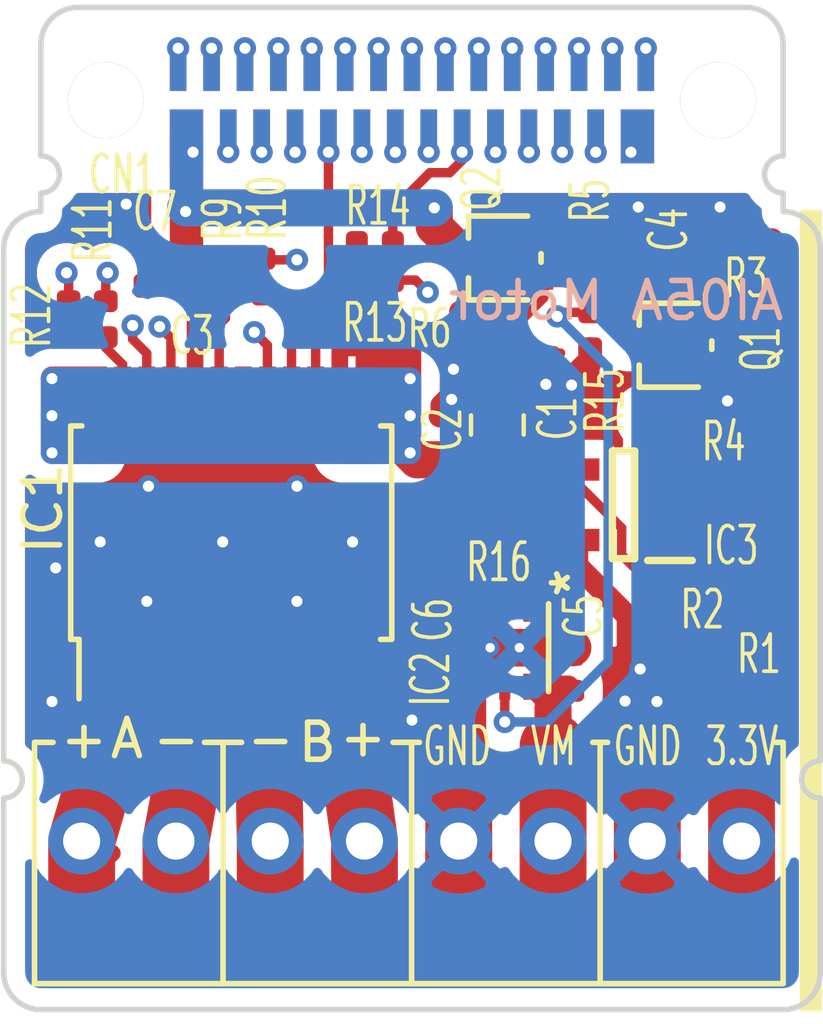
<source format=kicad_pcb>
(kicad_pcb (version 20171130) (host pcbnew "(5.1.5)-3")
  (layers (0 F.Cu signal) (1 In1.Cu signal hide) (2 In2.Cu signal hide) (31 B.Cu signal hide) (34 B.Paste user hide) (35 F.Paste user hide) (36 B.SilkS user hide) (37 F.SilkS user) (38 B.Mask user hide) (39 F.Mask user hide) (44 Edge.Cuts user))
  (net 0 "")
  (net 1 /SWDIO)
  (net 2 /VBUS)
  (net 3 /AREF)
  (net 4 /A0)
  (net 5 /A1)
  (net 6 /A2)
  (net 7 /A3)
  (net 8 /A4)
  (net 9 /A5)
  (net 10 /D0)
  (net 11 /D1)
  (net 12 /D2)
  (net 13 /D3)
  (net 14 /D5)
  (net 15 /RESET)
  (net 16 /D6)
  (net 17 /D8)
  (net 18 /D9)
  (net 19 /D10)
  (net 20 /D11)
  (net 21 /SDA)
  (net 22 /SWCLK)
  (net 23 GND)
  (net 24 +3V3)
  (net 25 /SCL)
  (net 26 +VM)
  (net 27 "Net-(C6-Pad1)")
  (net 28 /AO1)
  (net 29 /AO2)
  (net 30 /BO2)
  (net 31 /BO1)
  (net 32 /VMIN)
  (net 33 /PWMA)
  (net 34 /PWMB)
  (net 35 /STBY)
  (net 36 "Net-(IC2-Pad2)")
  (net 37 "Net-(C4-Pad2)")
  (net 38 /3.3VIN)
  (net 39 /D4)
  (net 40 /D7)
  (net 41 /D12)
  (net 42 /D13)
  (net 43 "Net-(IC3-Pad4)")
  (net 44 "Net-(IC3-Pad3)")
  (net 45 "Net-(Q1-Pad1)")
  (module footprints:SSM3J132TU_LF (layer F.Cu) (at 42.1 34.1 90)
    (fp_text reference Q1 (at -0.1 2.3 90) (layer F.SilkS) (effects (font (size 1 0.6) (thickness 0.1))))
    (fp_text value SSM3J132TU_LF hide)
    (pad 3 smd rect (at 0 -1.0525 90) (size 0.4064 0.5048) (layers F.Cu F.Paste F.Mask) (net 37 "Net-(C4-Pad2)"))
    (pad 2 smd rect (at 0.649999 1.0525 90) (size 0.4064 0.5048) (layers F.Cu F.Paste F.Mask) (net 38 /3.3VIN))
    (pad 1 smd rect (at -0.649999 1.0525 90) (size 0.4064 0.5048) (layers F.Cu F.Paste F.Mask) (net 45 "Net-(Q1-Pad1)"))
  )
  (module footprints:SSM3J132TU_LF (layer F.Cu) (at 37.5 31.75 90)
    (fp_text reference Q2 (at 1.875 -0.625 90) (layer F.SilkS) (effects (font (size 1 0.6) (thickness 0.1))))
    (fp_text value SSM3J132TU_LF hide)
    (pad 3 smd rect (at 0 -1.0525 90) (size 0.4064 0.5048) (layers F.Cu F.Paste F.Mask) (net 24 +3V3))
    (pad 2 smd rect (at 0.649999 1.0525 90) (size 0.4064 0.5048) (layers F.Cu F.Paste F.Mask) (net 38 /3.3VIN))
    (pad 1 smd rect (at -0.649999 1.0525 90) (size 0.4064 0.5048) (layers F.Cu F.Paste F.Mask) (net 37 "Net-(C4-Pad2)"))
  )
  (module footprints:TPS22810DRVT (layer F.Cu) (at 37.5 42.25 270)
    (fp_text reference IC2 (at 0.85 2 90) (layer F.SilkS) (effects (font (size 1 0.6) (thickness 0.1))))
    (fp_text value TPS22810DRVT hide)
    (fp_text user * (at -1.75 -1.8 90) (layer F.SilkS))
    (pad 7 thru_hole circle (at 0 -0.3937 270) (size 0.508 0.508) (drill 0.254) (layers *.Cu) (net 23 GND))
    (pad 7 thru_hole circle (at 0 0.3937 270) (size 0.508 0.508) (drill 0.254) (layers *.Cu) (net 23 GND))
    (pad 7 smd rect (at 0 0 270) (size 1.016 1.6002) (layers F.Cu F.Paste F.Mask) (net 23 GND))
    (pad 6 smd rect (at 1.05 -0.649999 270) (size 0.7 0.3) (layers F.Cu F.Paste F.Mask) (net 32 /VMIN))
    (pad 5 smd rect (at 1.05 0 270) (size 0.7 0.3) (layers F.Cu F.Paste F.Mask) (net 13 /D3))
    (pad 4 smd rect (at 1.05 0.649999 270) (size 0.7 0.3) (layers F.Cu F.Paste F.Mask) (net 23 GND))
    (pad 3 smd rect (at -1.05 0.649999 270) (size 0.7 0.3) (layers F.Cu F.Paste F.Mask) (net 27 "Net-(C6-Pad1)"))
    (pad 2 smd rect (at -1.05 0 270) (size 0.7 0.3) (layers F.Cu F.Paste F.Mask) (net 36 "Net-(IC2-Pad2)"))
    (pad 1 smd rect (at -1.05 -0.649999 270) (size 0.7 0.3) (layers F.Cu F.Paste F.Mask) (net 26 +VM))
  )
  (module Leafony:TEST-POINT-CRCLE (layer F.Cu) (at 43.88 47.46)
    (fp_text reference TP8 hide)
    (fp_text value TestPoint)
    (pad 1 connect rect (at 0 1.77) (size 1.8 3.54) (layers F.Cu F.Mask) (net 38 /3.3VIN))
    (pad 1 thru_hole circle (at 0 0) (size 1.8 1.8) (drill 1) (layers *.Cu *.Mask) (net 38 /3.3VIN))
  )
  (module Leafony:TEST-POINT-CRCLE (layer F.Cu) (at 41.34 47.46)
    (fp_text reference TP7 hide)
    (fp_text value TestPoint)
    (pad 1 connect rect (at 0 1.77) (size 1.8 3.54) (layers F.Cu F.Mask) (net 23 GND))
    (pad 1 thru_hole circle (at 0 0) (size 1.8 1.8) (drill 1) (layers *.Cu *.Mask) (net 23 GND))
  )
  (module Resistor_SMD:R_0402_1005Metric (layer F.Cu) (at 37.4 33.9 180)
    (fp_text reference R6 (at 1.925 0.25) (layer F.SilkS) (effects (font (size 1 0.6) (thickness 0.1))))
    (fp_text value "1M (F)")
    (pad 2 smd roundrect (at 0.485 0 180) (size 0.59 0.64) (layers F.Cu F.Paste F.Mask) (net 23 GND))
    (pad 1 smd roundrect (at -0.485 0 180) (size 0.59 0.64) (layers F.Cu F.Paste F.Mask) (net 37 "Net-(C4-Pad2)"))
  )
  (module Resistor_SMD:R_0402_1005Metric (layer F.Cu) (at 39.75 31.75 270)
    (fp_text reference R5 (at -1.55 -0.05 90) (layer F.SilkS) (effects (font (size 1 0.6) (thickness 0.1))))
    (fp_text value "1M (F)")
    (pad 2 smd roundrect (at 0.485 0 270) (size 0.59 0.64) (layers F.Cu F.Paste F.Mask) (net 37 "Net-(C4-Pad2)"))
    (pad 1 smd roundrect (at -0.485 0 270) (size 0.59 0.64) (layers F.Cu F.Paste F.Mask) (net 38 /3.3VIN))
  )
  (module Resistor_SMD:R_0402_1005Metric (layer F.Cu) (at 41.8 36 180)
    (fp_text reference R4 (at -1.6 -0.7) (layer F.SilkS) (effects (font (size 1 0.6) (thickness 0.1))))
    (fp_text value "22k(F)")
    (pad 2 smd roundrect (at 0.485 0 180) (size 0.59 0.64) (layers F.Cu F.Paste F.Mask) (net 44 "Net-(IC3-Pad3)"))
    (pad 1 smd roundrect (at -0.485 0 180) (size 0.59 0.64) (layers F.Cu F.Paste F.Mask) (net 45 "Net-(Q1-Pad1)"))
  )
  (module Resistor_SMD:R_0402_1005Metric (layer F.Cu) (at 42.4 32.2 180)
    (fp_text reference R3 (at -1.6 -0.1) (layer F.SilkS) (effects (font (size 1 0.6) (thickness 0.1))))
    (fp_text value "4.7k(F)")
    (pad 2 smd roundrect (at 0.485 0 180) (size 0.59 0.64) (layers F.Cu F.Paste F.Mask) (net 45 "Net-(Q1-Pad1)"))
    (pad 1 smd roundrect (at -0.485 0 180) (size 0.59 0.64) (layers F.Cu F.Paste F.Mask) (net 38 /3.3VIN))
  )
  (module Resistor_SMD:R_0402_1005Metric (layer F.Cu) (at 41.3 41.4 180)
    (fp_text reference R2 (at -1.525 0.175) (layer F.SilkS) (effects (font (size 1 0.6) (thickness 0.1))))
    (fp_text value "82k(F)")
    (pad 2 smd roundrect (at 0.485 0 180) (size 0.59 0.64) (layers F.Cu F.Paste F.Mask) (net 23 GND))
    (pad 1 smd roundrect (at -0.485 0 180) (size 0.59 0.64) (layers F.Cu F.Paste F.Mask) (net 43 "Net-(IC3-Pad4)"))
  )
  (module Resistor_SMD:R_0402_1005Metric (layer F.Cu) (at 42.8 42.4 180)
    (fp_text reference R1 (at -1.55 -0.025) (layer F.SilkS) (effects (font (size 1 0.6) (thickness 0.1))))
    (fp_text value "300k(F)")
    (pad 2 smd roundrect (at 0.485 0 180) (size 0.59 0.64) (layers F.Cu F.Paste F.Mask) (net 43 "Net-(IC3-Pad4)"))
    (pad 1 smd roundrect (at -0.485 0 180) (size 0.59 0.64) (layers F.Cu F.Paste F.Mask) (net 38 /3.3VIN))
  )
  (module footprints:SOT95P280X145-5N (layer F.Cu) (at 40.7 38.4 180)
    (fp_text reference IC3 (at -2.9 -1.1) (layer F.SilkS) (effects (font (size 1 0.6) (thickness 0.1))))
    (fp_text value LMV431ACM5_NOPB hide)
    (pad 5 smd rect (at 1.25 -0.95 270) (size 0.6 1.2) (layers F.Cu F.Paste F.Mask) (net 23 GND))
    (pad 4 smd rect (at 1.25 0.95 270) (size 0.6 1.2) (layers F.Cu F.Paste F.Mask) (net 43 "Net-(IC3-Pad4)"))
    (pad 3 smd rect (at -1.25 0.95 270) (size 0.6 1.2) (layers F.Cu F.Paste F.Mask) (net 44 "Net-(IC3-Pad3)"))
    (pad 2 smd rect (at -1.25 0 270) (size 0.6 1.2) (layers F.Cu F.Paste F.Mask))
    (pad 1 smd rect (at -1.25 -0.95 270) (size 0.6 1.2) (layers F.Cu F.Paste F.Mask))
  )
  (module Capacitor_SMD:C_0402_1005Metric (layer F.Cu) (at 28.28 31.5 180)
    (fp_text reference C7 (at 0.205 1) (layer F.SilkS) (effects (font (size 1 0.6) (thickness 0.1))))
    (fp_text value "1uF 25V 1005")
    (pad 2 smd roundrect (at 0.485 0 180) (size 0.59 0.64) (layers F.Cu F.Paste F.Mask) (net 23 GND))
    (pad 1 smd roundrect (at -0.485 0 180) (size 0.59 0.64) (layers F.Cu F.Paste F.Mask) (net 24 +3V3))
  )
  (module Capacitor_SMD:C_0402_1005Metric (layer F.Cu) (at 40.75 31.75 270)
    (fp_text reference C4 (at -0.762 -1.16 90) (layer F.SilkS) (effects (font (size 1 0.6) (thickness 0.1))))
    (fp_text value "0.1uF 50V 1005")
    (pad 2 smd roundrect (at 0.485 0 270) (size 0.59 0.64) (layers F.Cu F.Paste F.Mask) (net 37 "Net-(C4-Pad2)"))
    (pad 1 smd roundrect (at -0.485 0 270) (size 0.59 0.64) (layers F.Cu F.Paste F.Mask) (net 38 /3.3VIN))
  )
  (module Package_SO:SSOP-24_5.3x8.2mm_P0.65mm (layer F.Cu) (at 30.13 39.15 90)
    (fp_text reference IC1 (at 0.65 -5.08 90) (layer F.SilkS))
    (fp_text value TB6612FNG)
    (pad 24 smd rect (at 3.6 -3.575 90) (size 1.75 0.45) (layers F.Cu F.Paste F.Mask) (net 26 +VM))
    (pad 23 smd rect (at 3.6 -2.925 90) (size 1.75 0.45) (layers F.Cu F.Paste F.Mask) (net 33 /PWMA))
    (pad 22 smd rect (at 3.6 -2.275 90) (size 1.75 0.45) (layers F.Cu F.Paste F.Mask) (net 39 /D4))
    (pad 21 smd rect (at 3.6 -1.625 90) (size 1.75 0.45) (layers F.Cu F.Paste F.Mask) (net 41 /D12))
    (pad 20 smd rect (at 3.6 -0.975 90) (size 1.75 0.45) (layers F.Cu F.Paste F.Mask) (net 24 +3V3))
    (pad 19 smd rect (at 3.6 -0.325 90) (size 1.75 0.45) (layers F.Cu F.Paste F.Mask) (net 35 /STBY))
    (pad 18 smd rect (at 3.6 0.325 90) (size 1.75 0.45) (layers F.Cu F.Paste F.Mask) (net 23 GND))
    (pad 17 smd rect (at 3.6 0.975 90) (size 1.75 0.45) (layers F.Cu F.Paste F.Mask) (net 42 /D13))
    (pad 16 smd rect (at 3.6 1.625 90) (size 1.75 0.45) (layers F.Cu F.Paste F.Mask) (net 40 /D7))
    (pad 15 smd rect (at 3.6 2.275 90) (size 1.75 0.45) (layers F.Cu F.Paste F.Mask) (net 34 /PWMB))
    (pad 14 smd rect (at 3.6 2.925 90) (size 1.75 0.45) (layers F.Cu F.Paste F.Mask) (net 26 +VM))
    (pad 13 smd rect (at 3.6 3.575 90) (size 1.75 0.45) (layers F.Cu F.Paste F.Mask) (net 26 +VM))
    (pad 12 smd rect (at -3.6 3.575 90) (size 1.75 0.45) (layers F.Cu F.Paste F.Mask) (net 31 /BO1))
    (pad 11 smd rect (at -3.6 2.925 90) (size 1.75 0.45) (layers F.Cu F.Paste F.Mask) (net 31 /BO1))
    (pad 10 smd rect (at -3.6 2.275 90) (size 1.75 0.45) (layers F.Cu F.Paste F.Mask) (net 23 GND))
    (pad 9 smd rect (at -3.6 1.625 90) (size 1.75 0.45) (layers F.Cu F.Paste F.Mask) (net 23 GND))
    (pad 8 smd rect (at -3.6 0.975 90) (size 1.75 0.45) (layers F.Cu F.Paste F.Mask) (net 30 /BO2))
    (pad 7 smd rect (at -3.6 0.325 90) (size 1.75 0.45) (layers F.Cu F.Paste F.Mask) (net 30 /BO2))
    (pad 6 smd rect (at -3.6 -0.325 90) (size 1.75 0.45) (layers F.Cu F.Paste F.Mask) (net 29 /AO2))
    (pad 5 smd rect (at -3.6 -0.975 90) (size 1.75 0.45) (layers F.Cu F.Paste F.Mask) (net 29 /AO2))
    (pad 4 smd rect (at -3.6 -1.625 90) (size 1.75 0.45) (layers F.Cu F.Paste F.Mask) (net 23 GND))
    (pad 3 smd rect (at -3.6 -2.275 90) (size 1.75 0.45) (layers F.Cu F.Paste F.Mask) (net 23 GND))
    (pad 2 smd rect (at -3.6 -2.925 90) (size 1.75 0.45) (layers F.Cu F.Paste F.Mask) (net 28 /AO1))
    (pad 1 smd rect (at -3.6 -3.575 90) (size 1.75 0.45) (layers F.Cu F.Paste F.Mask) (net 28 /AO1))
  )
  (module Resistor_SMD:R_0402_1005Metric (layer F.Cu) (at 39.8 33.7 270)
    (fp_text reference R15 (at 1.9 -0.4 90) (layer F.SilkS) (effects (font (size 1 0.6) (thickness 0.1))))
    (fp_text value "100k(J)")
    (pad 2 smd roundrect (at 0.485 0 270) (size 0.59 0.64) (layers F.Cu F.Paste F.Mask) (net 23 GND))
    (pad 1 smd roundrect (at -0.485 0 270) (size 0.59 0.64) (layers F.Cu F.Paste F.Mask) (net 13 /D3))
  )
  (module Resistor_SMD:R_0402_1005Metric (layer F.Cu) (at 37.4396 38.8 180)
    (fp_text reference R16 (at 0.1 -1.15) (layer F.SilkS) (effects (font (size 1 0.6) (thickness 0.1))))
    (fp_text value "3.3k(J)")
    (pad 2 smd roundrect (at 0.485 0 180) (size 0.59 0.64) (layers F.Cu F.Paste F.Mask) (net 36 "Net-(IC2-Pad2)"))
    (pad 1 smd roundrect (at -0.485 0 180) (size 0.59 0.64) (layers F.Cu F.Paste F.Mask) (net 26 +VM))
  )
  (module Capacitor_SMD:C_0402_1005Metric (layer F.Cu) (at 35.7632 37.8968 270)
    (fp_text reference C2 (at -1.5218 -0.0618 90) (layer F.SilkS) (effects (font (size 1 0.6) (thickness 0.1))))
    (fp_text value "0.1uF 50V 1005")
    (pad 2 smd roundrect (at 0.485 0 270) (size 0.59 0.64) (layers F.Cu F.Paste F.Mask) (net 23 GND))
    (pad 1 smd roundrect (at -0.485 0 270) (size 0.59 0.64) (layers F.Cu F.Paste F.Mask) (net 26 +VM))
  )
  (module Leafony:TEST-POINT-CRCLE (layer F.Cu) (at 38.8 47.46)
    (fp_text reference TP6 hide)
    (fp_text value TestPoint)
    (pad 1 connect rect (at 0 1.77) (size 1.8 3.54) (layers F.Cu F.Mask) (net 32 /VMIN))
    (pad 1 thru_hole circle (at 0 0) (size 1.8 1.8) (drill 1) (layers *.Cu *.Mask) (net 32 /VMIN))
  )
  (module Leafony:TEST-POINT-CRCLE (layer F.Cu) (at 36.26 47.46)
    (fp_text reference TP5 hide)
    (fp_text value TestPoint)
    (pad 1 connect rect (at 0 1.77) (size 1.8 3.54) (layers F.Cu F.Mask) (net 23 GND))
    (pad 1 thru_hole circle (at 0 0) (size 1.8 1.8) (drill 1) (layers *.Cu *.Mask) (net 23 GND))
  )
  (module Leafony:TEST-POINT-CRCLE (layer F.Cu) (at 33.72 47.46)
    (fp_text reference TP4 hide)
    (fp_text value TestPoint)
    (pad 1 connect rect (at 0 1.77) (size 1.8 3.54) (layers F.Cu F.Mask) (net 31 /BO1))
    (pad 1 thru_hole circle (at 0 0) (size 1.8 1.8) (drill 1) (layers *.Cu *.Mask) (net 31 /BO1))
  )
  (module Leafony:TEST-POINT-CRCLE (layer F.Cu) (at 31.18 47.46)
    (fp_text reference TP3 hide)
    (fp_text value TestPoint)
    (pad 1 connect rect (at 0 1.77) (size 1.8 3.54) (layers F.Cu F.Mask) (net 30 /BO2))
    (pad 1 thru_hole circle (at 0 0) (size 1.8 1.8) (drill 1) (layers *.Cu *.Mask) (net 30 /BO2))
  )
  (module Leafony:TEST-POINT-CRCLE (layer F.Cu) (at 28.64 47.46)
    (fp_text reference TP2 hide)
    (fp_text value TestPoint)
    (pad 1 connect rect (at 0 1.77) (size 1.8 3.54) (layers F.Cu F.Mask) (net 29 /AO2))
    (pad 1 thru_hole circle (at 0 0) (size 1.8 1.8) (drill 1) (layers *.Cu *.Mask) (net 29 /AO2))
  )
  (module Leafony:TEST-POINT-CRCLE (layer F.Cu) (at 26.1 47.46)
    (fp_text reference TP1 hide)
    (fp_text value TestPoint)
    (pad 1 connect rect (at 0 1.77) (size 1.8 3.54) (layers F.Cu F.Mask) (net 28 /AO1))
    (pad 1 thru_hole circle (at 0 0) (size 1.8 1.8) (drill 1) (layers *.Cu *.Mask) (net 28 /AO1))
  )
  (module Resistor_SMD:R_0402_1005Metric (layer F.Cu) (at 26.75 33.4 270)
    (fp_text reference R11 (at -2.4 0.35 270) (layer F.SilkS) (effects (font (size 1 0.6) (thickness 0.1))))
    (fp_text value 0)
    (pad 2 smd roundrect (at 0.485 0 270) (size 0.59 0.64) (layers F.Cu F.Paste F.Mask) (net 33 /PWMA))
    (pad 1 smd roundrect (at -0.485 0 270) (size 0.59 0.64) (layers F.Cu F.Paste F.Mask) (net 14 /D5))
  )
  (module Resistor_SMD:R_0402_1005Metric (layer F.Cu) (at 34 31.346 180)
    (fp_text reference R14 (at -0.085 1) (layer F.SilkS) (effects (font (size 1 0.6) (thickness 0.1))))
    (fp_text value NM)
    (pad 2 smd roundrect (at 0.485 0 180) (size 0.59 0.64) (layers F.Cu F.Paste F.Mask) (net 34 /PWMB))
    (pad 1 smd roundrect (at -0.485 0 180) (size 0.59 0.64) (layers F.Cu F.Paste F.Mask) (net 20 /D11))
  )
  (module Resistor_SMD:R_0402_1005Metric (layer F.Cu) (at 34 32.346 180)
    (fp_text reference R13 (at 0 -1.154) (layer F.SilkS) (effects (font (size 1 0.6) (thickness 0.1))))
    (fp_text value 0)
    (pad 2 smd roundrect (at 0.485 0 180) (size 0.59 0.64) (layers F.Cu F.Paste F.Mask) (net 34 /PWMB))
    (pad 1 smd roundrect (at -0.485 0 180) (size 0.59 0.64) (layers F.Cu F.Paste F.Mask) (net 16 /D6))
  )
  (module Resistor_SMD:R_0402_1005Metric (layer F.Cu) (at 25.75 33.4 270)
    (fp_text reference R12 (at -0.1 1 90) (layer F.SilkS) (effects (font (size 1 0.6) (thickness 0.1))))
    (fp_text value NM)
    (pad 2 smd roundrect (at 0.485 0 270) (size 0.59 0.64) (layers F.Cu F.Paste F.Mask) (net 33 /PWMA))
    (pad 1 smd roundrect (at -0.485 0 270) (size 0.59 0.64) (layers F.Cu F.Paste F.Mask) (net 19 /D10))
  )
  (module Resistor_SMD:R_0402_1005Metric (layer F.Cu) (at 31 32.25 270)
    (fp_text reference R10 (at -1.85 -0.1 90) (layer F.SilkS) (effects (font (size 1 0.6) (thickness 0.1))))
    (fp_text value 0)
    (pad 2 smd roundrect (at 0.485 0 270) (size 0.59 0.64) (layers F.Cu F.Paste F.Mask) (net 35 /STBY))
    (pad 1 smd roundrect (at -0.485 0 270) (size 0.59 0.64) (layers F.Cu F.Paste F.Mask) (net 13 /D3))
  )
  (module Resistor_SMD:R_0402_1005Metric (layer F.Cu) (at 30 32.25 270)
    (fp_text reference R9 (at -1.55 0.1 90) (layer F.SilkS) (effects (font (size 1 0.6) (thickness 0.1))))
    (fp_text value NM)
    (pad 2 smd roundrect (at 0.485 0 270) (size 0.59 0.64) (layers F.Cu F.Paste F.Mask) (net 35 /STBY))
    (pad 1 smd roundrect (at -0.485 0 270) (size 0.59 0.64) (layers F.Cu F.Paste F.Mask) (net 24 +3V3))
  )
  (module Capacitor_SMD:C_0402_1005Metric (layer F.Cu) (at 35.7632 39.9 90)
    (fp_text reference C6 (at -1.6 -0.2 90) (layer F.SilkS) (effects (font (size 1 0.6) (thickness 0.1))))
    (fp_text value "10nF 50V 1005")
    (pad 2 smd roundrect (at 0.485 0 90) (size 0.59 0.64) (layers F.Cu F.Paste F.Mask) (net 23 GND))
    (pad 1 smd roundrect (at -0.485 0 90) (size 0.59 0.64) (layers F.Cu F.Paste F.Mask) (net 27 "Net-(C6-Pad1)"))
  )
  (module Capacitor_SMD:C_0402_1005Metric (layer F.Cu) (at 39.3192 42.926 90)
    (fp_text reference C5 (at 1.526 0.3058 90) (layer F.SilkS) (effects (font (size 1 0.6) (thickness 0.1))))
    (fp_text value "1uF 25V 1005")
    (pad 2 smd roundrect (at 0.485 0 90) (size 0.59 0.64) (layers F.Cu F.Paste F.Mask) (net 23 GND))
    (pad 1 smd roundrect (at -0.485 0 90) (size 0.59 0.64) (layers F.Cu F.Paste F.Mask) (net 32 /VMIN))
  )
  (module Capacitor_SMD:C_0402_1005Metric (layer F.Cu) (at 28.28 32.5 180)
    (fp_text reference C3 (at -0.795 -1.35 180) (layer F.SilkS) (effects (font (size 1 0.6) (thickness 0.1))))
    (fp_text value "0.1uF 50V 1005")
    (pad 2 smd roundrect (at 0.485 0 180) (size 0.59 0.64) (layers F.Cu F.Paste F.Mask) (net 23 GND))
    (pad 1 smd roundrect (at -0.485 0 180) (size 0.59 0.64) (layers F.Cu F.Paste F.Mask) (net 24 +3V3))
  )
  (module Capacitor_SMD:C_0805_2012Metric (layer F.Cu) (at 37.3 36.25 90)
    (fp_text reference C1 (at 0.175 1.625 90) (layer F.SilkS) (effects (font (size 1 0.6) (thickness 0.1))))
    (fp_text value "10uF 25V 2012")
    (pad 2 smd roundrect (at 0.9375 0 90) (size 0.975 1.4) (layers F.Cu F.Paste F.Mask) (net 23 GND))
    (pad 1 smd roundrect (at -0.9375 0 90) (size 0.975 1.4) (layers F.Cu F.Paste F.Mask) (net 26 +VM))
  )
  (module Leafony:CN_F29_B29 (layer F.Cu) (at 28.925 28.475)
    (fp_text reference CN1 (at -1.725 1.025) (layer F.SilkS) (effects (font (size 1 0.6) (thickness 0.11))))
    (fp_text value "Leafony bus" hide)
    (pad F27 smd rect (at 12.15 0) (size 0.9 1.45) (layers F.Cu F.Mask) (net 23 GND))
    (pad F1 smd rect (at 0 0) (size 0.9 1.45) (layers F.Cu F.Mask) (net 24 +3V3))
    (pad "" thru_hole circle (at -2.175 -0.975) (size 2.05 2.05) (drill 2.05) (layers *.Cu *.Mask))
    (pad "" thru_hole circle (at 14.325 -0.975) (size 2.05 2.05) (drill 2.05) (layers *.Cu *.Mask))
    (pad F2 smd custom (at -0.225 -1.8) (size 0.45 1.15) (layers F.Cu F.Mask) (net 1 /SWDIO) (options (clearance outline) (anchor rect)) (primitives (gr_circle (center 0 -0.575) (end 0.3 -0.575) (width 0))))
    (pad F3 smd custom (at 1.125 -0.15 180) (size 0.45 1.15) (layers F.Cu F.Mask) (net 2 /VBUS) (options (clearance outline) (anchor rect)) (primitives (gr_circle (center 0 -0.575) (end 0.3 -0.575) (width 0))))
    (pad F4 smd custom (at 0.675 -1.8) (size 0.45 1.15) (layers F.Cu F.Mask) (net 3 /AREF) (options (clearance outline) (anchor rect)) (primitives (gr_circle (center 0 -0.575) (end 0.3 -0.575) (width 0))))
    (pad B6 smd custom (at 1.575 -1.8) (size 0.45 1.15) (layers B.Cu B.Mask) (net 4 /A0) (options (clearance outline) (anchor rect)) (primitives (gr_circle (center 0 -0.575) (end 0.3 -0.575) (width 0))))
    (pad F8 smd custom (at 2.475 -1.8) (size 0.45 1.15) (layers F.Cu F.Mask) (net 5 /A1) (options (clearance outline) (anchor rect)) (primitives (gr_circle (center 0 -0.575) (end 0.3 -0.575) (width 0))))
    (pad F10 smd custom (at 3.375 -1.8) (size 0.45 1.15) (layers F.Cu F.Mask) (net 6 /A2) (options (clearance outline) (anchor rect)) (primitives (gr_circle (center 0 -0.575) (end 0.3 -0.575) (width 0))))
    (pad F12 smd custom (at 4.275 -1.8) (size 0.45 1.15) (layers F.Cu F.Mask) (net 7 /A3) (options (clearance outline) (anchor rect)) (primitives (gr_circle (center 0 -0.575) (end 0.3 -0.575) (width 0))))
    (pad F14 smd custom (at 5.175 -1.8) (size 0.45 1.15) (layers F.Cu F.Mask) (net 8 /A4) (options (clearance outline) (anchor rect)) (primitives (gr_circle (center 0 -0.575) (end 0.3 -0.575) (width 0))))
    (pad F16 smd custom (at 6.075 -1.8) (size 0.45 1.15) (layers F.Cu F.Mask) (net 9 /A5) (options (clearance outline) (anchor rect)) (primitives (gr_circle (center 0 -0.575) (end 0.3 -0.575) (width 0))))
    (pad F18 smd custom (at 6.975 -1.8) (size 0.45 1.15) (layers F.Cu F.Mask) (net 10 /D0) (options (clearance outline) (anchor rect)) (primitives (gr_circle (center 0 -0.575) (end 0.3 -0.575) (width 0))))
    (pad F20 smd custom (at 7.875 -1.8) (size 0.45 1.15) (layers F.Cu F.Mask) (net 11 /D1) (options (clearance outline) (anchor rect)) (primitives (gr_circle (center 0 -0.575) (end 0.3 -0.575) (width 0))))
    (pad F22 smd custom (at 8.775 -1.8) (size 0.45 1.15) (layers F.Cu F.Mask) (net 12 /D2) (options (clearance outline) (anchor rect)) (primitives (gr_circle (center 0 -0.575) (end 0.3 -0.575) (width 0))))
    (pad F24 smd custom (at 9.675 -1.8) (size 0.45 1.15) (layers F.Cu F.Mask) (net 13 /D3) (options (clearance outline) (anchor rect)) (primitives (gr_circle (center 0 -0.575) (end 0.3 -0.575) (width 0))))
    (pad F26 smd custom (at 10.575 -1.8) (size 0.45 1.15) (layers F.Cu F.Mask) (net 39 /D4) (options (clearance outline) (anchor rect)) (primitives (gr_circle (center 0 -0.575) (end 0.3 -0.575) (width 0))))
    (pad F28 smd custom (at 11.475 -1.8) (size 0.45 1.15) (layers F.Cu F.Mask) (net 14 /D5) (options (clearance outline) (anchor rect)) (primitives (gr_circle (center 0 -0.575) (end 0.3 -0.575) (width 0))))
    (pad F29 smd custom (at 12.375 -1.8) (size 0.45 1.15) (layers F.Cu F.Mask) (net 22 /SWCLK) (options (clearance outline) (anchor rect)) (primitives (gr_circle (center 0 -0.575) (end 0.3 -0.575) (width 0))))
    (pad F5 smd custom (at 2.025 -0.15 180) (size 0.45 1.15) (layers F.Cu F.Mask) (net 15 /RESET) (options (clearance outline) (anchor rect)) (primitives (gr_circle (center 0 -0.575) (end 0.3 -0.575) (width 0))))
    (pad F7 smd custom (at 2.925 -0.15 180) (size 0.45 1.15) (layers F.Cu F.Mask) (net 16 /D6) (options (clearance outline) (anchor rect)) (primitives (gr_circle (center 0 -0.575) (end 0.3 -0.575) (width 0))))
    (pad F9 smd custom (at 3.825 -0.15 180) (size 0.45 1.15) (layers F.Cu F.Mask) (net 40 /D7) (options (clearance outline) (anchor rect)) (primitives (gr_circle (center 0 -0.575) (end 0.3 -0.575) (width 0))))
    (pad F11 smd custom (at 4.725 -0.15 180) (size 0.45 1.15) (layers F.Cu F.Mask) (net 17 /D8) (options (clearance outline) (anchor rect)) (primitives (gr_circle (center 0 -0.575) (end 0.3 -0.575) (width 0))))
    (pad F13 smd custom (at 5.625 -0.15 180) (size 0.45 1.15) (layers F.Cu F.Mask) (net 18 /D9) (options (clearance outline) (anchor rect)) (primitives (gr_circle (center 0 -0.575) (end 0.3 -0.575) (width 0))))
    (pad F15 smd custom (at 6.525 -0.15 180) (size 0.45 1.15) (layers F.Cu F.Mask) (net 19 /D10) (options (clearance outline) (anchor rect)) (primitives (gr_circle (center 0 -0.575) (end 0.3 -0.575) (width 0))))
    (pad F17 smd custom (at 7.425 -0.15 180) (size 0.45 1.15) (layers F.Cu F.Mask) (net 20 /D11) (options (clearance outline) (anchor rect)) (primitives (gr_circle (center 0 -0.575) (end 0.3 -0.575) (width 0))))
    (pad F19 smd custom (at 8.325 -0.15 180) (size 0.45 1.15) (layers F.Cu F.Mask) (net 41 /D12) (options (clearance outline) (anchor rect)) (primitives (gr_circle (center 0 -0.575) (end 0.3 -0.575) (width 0))))
    (pad F21 smd custom (at 9.225 -0.15 180) (size 0.45 1.15) (layers F.Cu F.Mask) (net 42 /D13) (options (clearance outline) (anchor rect)) (primitives (gr_circle (center 0 -0.575) (end 0.3 -0.575) (width 0))))
    (pad F23 smd custom (at 10.125 -0.15 180) (size 0.45 1.15) (layers F.Cu F.Mask) (net 21 /SDA) (options (clearance outline) (anchor rect)) (primitives (gr_circle (center 0 -0.575) (end 0.3 -0.575) (width 0))))
    (pad F25 smd custom (at 11.025 -0.15 180) (size 0.45 1.15) (layers F.Cu F.Mask) (net 25 /SCL) (options (clearance outline) (anchor rect)) (primitives (gr_circle (center 0 -0.575) (end 0.3 -0.575) (width 0))))
    (pad B27 smd rect (at 12.15 0) (size 0.9 1.45) (layers B.Cu B.Mask) (net 23 GND))
    (pad B25 smd custom (at 11.025 -0.15 180) (size 0.45 1.15) (layers B.Cu B.Mask) (net 25 /SCL) (options (clearance outline) (anchor rect)) (primitives (gr_circle (center 0 -0.575) (end 0.3 -0.575) (width 0))))
    (pad B23 smd custom (at 10.125 -0.15 180) (size 0.45 1.15) (layers B.Cu B.Mask) (net 21 /SDA) (options (clearance outline) (anchor rect)) (primitives (gr_circle (center 0 -0.575) (end 0.3 -0.575) (width 0))))
    (pad B21 smd custom (at 9.225 -0.15 180) (size 0.45 1.15) (layers B.Cu B.Mask) (net 42 /D13) (options (clearance outline) (anchor rect)) (primitives (gr_circle (center 0 -0.575) (end 0.3 -0.575) (width 0))))
    (pad B19 smd custom (at 8.325 -0.15 180) (size 0.45 1.15) (layers B.Cu B.Mask) (net 41 /D12) (options (clearance outline) (anchor rect)) (primitives (gr_circle (center 0 -0.575) (end 0.3 -0.575) (width 0))))
    (pad B17 smd custom (at 7.425 -0.15 180) (size 0.45 1.15) (layers B.Cu B.Mask) (net 20 /D11) (options (clearance outline) (anchor rect)) (primitives (gr_circle (center 0 -0.575) (end 0.3 -0.575) (width 0))))
    (pad B15 smd custom (at 6.525 -0.15 180) (size 0.45 1.15) (layers B.Cu B.Mask) (net 19 /D10) (options (clearance outline) (anchor rect)) (primitives (gr_circle (center 0 -0.575) (end 0.3 -0.575) (width 0))))
    (pad B13 smd custom (at 5.625 -0.15 180) (size 0.45 1.15) (layers B.Cu B.Mask) (net 18 /D9) (options (clearance outline) (anchor rect)) (primitives (gr_circle (center 0 -0.575) (end 0.3 -0.575) (width 0))))
    (pad B11 smd custom (at 4.725 -0.15 180) (size 0.45 1.15) (layers B.Cu B.Mask) (net 17 /D8) (options (clearance outline) (anchor rect)) (primitives (gr_circle (center 0 -0.575) (end 0.3 -0.575) (width 0))))
    (pad B9 smd custom (at 3.825 -0.15 180) (size 0.45 1.15) (layers B.Cu B.Mask) (net 40 /D7) (options (clearance outline) (anchor rect)) (primitives (gr_circle (center 0 -0.575) (end 0.3 -0.575) (width 0))))
    (pad B7 smd custom (at 2.925 -0.15 180) (size 0.45 1.15) (layers B.Cu B.Mask) (net 16 /D6) (options (clearance outline) (anchor rect)) (primitives (gr_circle (center 0 -0.575) (end 0.3 -0.575) (width 0))))
    (pad B5 smd custom (at 2.025 -0.15 180) (size 0.45 1.15) (layers B.Cu B.Mask) (net 15 /RESET) (options (clearance outline) (anchor rect)) (primitives (gr_circle (center 0 -0.575) (end 0.3 -0.575) (width 0))))
    (pad B29 smd custom (at 12.375 -1.8) (size 0.45 1.15) (layers B.Cu B.Mask) (net 22 /SWCLK) (options (clearance outline) (anchor rect)) (primitives (gr_circle (center 0 -0.575) (end 0.3 -0.575) (width 0))))
    (pad B28 smd custom (at 11.475 -1.8) (size 0.45 1.15) (layers B.Cu B.Mask) (net 14 /D5) (options (clearance outline) (anchor rect)) (primitives (gr_circle (center 0 -0.575) (end 0.3 -0.575) (width 0))))
    (pad B26 smd custom (at 10.575 -1.8) (size 0.45 1.15) (layers B.Cu B.Mask) (net 39 /D4) (options (clearance outline) (anchor rect)) (primitives (gr_circle (center 0 -0.575) (end 0.3 -0.575) (width 0))))
    (pad B24 smd custom (at 9.675 -1.8) (size 0.45 1.15) (layers B.Cu B.Mask) (net 13 /D3) (options (clearance outline) (anchor rect)) (primitives (gr_circle (center 0 -0.575) (end 0.3 -0.575) (width 0))))
    (pad B22 smd custom (at 8.775 -1.8) (size 0.45 1.15) (layers B.Cu B.Mask) (net 12 /D2) (options (clearance outline) (anchor rect)) (primitives (gr_circle (center 0 -0.575) (end 0.3 -0.575) (width 0))))
    (pad B20 smd custom (at 7.875 -1.8) (size 0.45 1.15) (layers B.Cu B.Mask) (net 11 /D1) (options (clearance outline) (anchor rect)) (primitives (gr_circle (center 0 -0.575) (end 0.3 -0.575) (width 0))))
    (pad B18 smd custom (at 6.975 -1.8) (size 0.45 1.15) (layers B.Cu B.Mask) (net 10 /D0) (options (clearance outline) (anchor rect)) (primitives (gr_circle (center 0 -0.575) (end 0.3 -0.575) (width 0))))
    (pad B16 smd custom (at 6.075 -1.8) (size 0.45 1.15) (layers B.Cu B.Mask) (net 9 /A5) (options (clearance outline) (anchor rect)) (primitives (gr_circle (center 0 -0.575) (end 0.3 -0.575) (width 0))))
    (pad B14 smd custom (at 5.175 -1.8) (size 0.45 1.15) (layers B.Cu B.Mask) (net 8 /A4) (options (clearance outline) (anchor rect)) (primitives (gr_circle (center 0 -0.575) (end 0.3 -0.575) (width 0))))
    (pad B12 smd custom (at 4.275 -1.8) (size 0.45 1.15) (layers B.Cu B.Mask) (net 7 /A3) (options (clearance outline) (anchor rect)) (primitives (gr_circle (center 0 -0.575) (end 0.3 -0.575) (width 0))))
    (pad B10 smd custom (at 3.375 -1.8) (size 0.45 1.15) (layers B.Cu B.Mask) (net 6 /A2) (options (clearance outline) (anchor rect)) (primitives (gr_circle (center 0 -0.575) (end 0.3 -0.575) (width 0))))
    (pad B8 smd custom (at 2.475 -1.8) (size 0.45 1.15) (layers B.Cu B.Mask) (net 5 /A1) (options (clearance outline) (anchor rect)) (primitives (gr_circle (center 0 -0.575) (end 0.3 -0.575) (width 0))))
    (pad F6 smd custom (at 1.575 -1.8) (size 0.45 1.15) (layers F.Cu F.Mask) (net 4 /A0) (options (clearance outline) (anchor rect)) (primitives (gr_circle (center 0 -0.575) (end 0.3 -0.575) (width 0))))
    (pad B4 smd custom (at 0.675 -1.8) (size 0.45 1.15) (layers B.Cu B.Mask) (net 3 /AREF) (options (clearance outline) (anchor rect)) (primitives (gr_circle (center 0 -0.575) (end 0.3 -0.575) (width 0))))
    (pad B3 smd custom (at 1.125 -0.15 180) (size 0.45 1.15) (layers B.Cu B.Mask) (net 2 /VBUS) (options (clearance outline) (anchor rect)) (primitives (gr_circle (center 0 -0.575) (end 0.3 -0.575) (width 0))))
    (pad B2 smd custom (at -0.225 -1.8) (size 0.45 1.15) (layers B.Cu B.Mask) (net 1 /SWDIO) (options (clearance outline) (anchor rect)) (primitives (gr_circle (center 0 -0.575) (end 0.3 -0.575) (width 0))))
    (pad B1 smd rect (at 0 0) (size 0.9 1.45) (layers B.Cu B.Mask) (net 24 +3V3))
  )
  (gr_text GND (at 41.3512 44.9072) (layer F.SilkS) (effects (font (size 1 0.6) (thickness 0.1))))
  (gr_text 3.3V (at 43.8912 44.9072) (layer F.SilkS) (effects (font (size 1 0.6) (thickness 0.1))))
  (gr_text VM (at 38.8112 44.9072) (layer F.SilkS) (effects (font (size 1 0.6) (thickness 0.1))))
  (gr_text GND (at 36.2204 44.9072) (layer F.SilkS) (effects (font (size 1 0.6) (thickness 0.1))))
  (gr_text - (at 31.1912 44.704) (layer F.SilkS) (effects (font (size 1 1))))
  (gr_text + (at 33.6804 44.6532) (layer F.SilkS) (effects (font (size 1 1))))
  (gr_text - (at 28.6512 44.704) (layer F.SilkS) (effects (font (size 1 1))))
  (gr_text + (at 26.162 44.704) (layer F.SilkS) (effects (font (size 1 1))))
  (gr_line (start 45 44.8) (end 44.8 44.8) (layer F.SilkS) (width 0.15))
  (gr_line (start 40.27 44.8) (end 39.87 44.8) (layer F.SilkS) (width 0.15))
  (gr_arc (start 25 31.5) (end 25 30.5) (angle -90) (layer Edge.Cuts) (width 0.15))
  (gr_arc (start 45 31.5) (end 45 30.5) (angle 90) (layer Edge.Cuts) (width 0.15))
  (gr_line (start 25 30) (end 25 30.5) (layer Edge.Cuts) (width 0.15))
  (gr_line (start 45 30) (end 45 30.5) (layer Edge.Cuts) (width 0.15))
  (gr_poly (pts (xy 46 30.5) (xy 45.5 30.5) (xy 45.5 52) (xy 46 52)) (layer F.SilkS) (width 0.1))
  (gr_text "AI05A Motor\n" (at 40.5 32.9) (layer B.SilkS) (effects (font (size 1 1)) (justify mirror)))
  (gr_line (start 30.41 44.8) (end 29.41 44.8) (layer F.SilkS) (width 0.15))
  (gr_line (start 24.83 44.8) (end 25.33 44.8) (layer F.SilkS) (width 0.15))
  (gr_line (start 45 51.3) (end 24.83 51.3) (layer F.SilkS) (width 0.15))
  (gr_line (start 45 44.8) (end 45 51.3) (layer F.SilkS) (width 0.15))
  (gr_line (start 40.07 44.8) (end 40.07 51.3) (layer F.SilkS) (width 0.15))
  (gr_line (start 29.91 44.8) (end 29.91 51.3) (layer F.SilkS) (width 0.15))
  (gr_line (start 24.83 44.8) (end 24.83 51.3) (layer F.SilkS) (width 0.15))
  (gr_line (start 34.99 44.8) (end 34.99 51.3) (layer F.SilkS) (width 0.15))
  (gr_line (start 34.49 44.8) (end 35.2 44.8) (layer F.SilkS) (width 0.15))
  (gr_text B (at 32.45 44.8) (layer F.SilkS) (effects (font (size 1 1))))
  (gr_text A (at 27.32 44.7) (layer F.SilkS) (effects (font (size 1 1))))
  (gr_line (start 46 31.5) (end 46 45.3) (layer Edge.Cuts) (width 0.15))
  (gr_line (start 24 31.5) (end 24 45.3) (layer Edge.Cuts) (width 0.15))
  (gr_arc (start 24 45.8) (end 24 45.3) (angle 180) (layer Edge.Cuts) (width 0.15))
  (gr_arc (start 46 45.8) (end 46 45.3) (angle -180) (layer Edge.Cuts) (width 0.15))
  (gr_line (start 24 46.3) (end 24 51) (layer Edge.Cuts) (width 0.15))
  (gr_line (start 46 46.3) (end 46 51) (layer Edge.Cuts) (width 0.15))
  (gr_line (start 45 52) (end 25 52) (layer Edge.Cuts) (width 0.15))
  (gr_line (start 45 26) (end 45 29) (layer Edge.Cuts) (width 0.15))
  (gr_line (start 25 26) (end 25 29) (layer Edge.Cuts) (width 0.15))
  (gr_line (start 26 25) (end 44 25) (layer Edge.Cuts) (width 0.15))
  (gr_arc (start 45 51) (end 45 52) (angle -90) (layer Edge.Cuts) (width 0.15))
  (gr_arc (start 25 51) (end 24 51) (angle -90) (layer Edge.Cuts) (width 0.15))
  (gr_arc (start 25 29.5) (end 25 30) (angle -180) (layer Edge.Cuts) (width 0.15))
  (gr_arc (start 45 29.5) (end 45 29) (angle -180) (layer Edge.Cuts) (width 0.15))
  (gr_arc (start 26 26) (end 26 25) (angle -90) (layer Edge.Cuts) (width 0.15))
  (gr_arc (start 44 26) (end 45 26) (angle -90) (layer Edge.Cuts) (width 0.15))
  (via (at 28.7 26.1) (size 0.31) (drill 0.3) (layers F.Cu B.Cu) (net 1))
  (via (at 30.05 28.9) (size 0.31) (drill 0.3) (layers F.Cu B.Cu) (net 2))
  (via (at 29.6 26.1) (size 0.31) (drill 0.3) (layers F.Cu B.Cu) (net 3))
  (via (at 30.5 26.1) (size 0.31) (drill 0.3) (layers F.Cu B.Cu) (net 4))
  (via (at 31.4 26.1) (size 0.31) (drill 0.3) (layers F.Cu B.Cu) (net 5))
  (via (at 32.3 26.1) (size 0.31) (drill 0.3) (layers F.Cu B.Cu) (net 6))
  (via (at 33.2 26.1) (size 0.31) (drill 0.3) (layers F.Cu B.Cu) (net 7))
  (via (at 34.1 26.1) (size 0.31) (drill 0.3) (layers F.Cu B.Cu) (net 8))
  (via (at 35 26.1) (size 0.31) (drill 0.3) (layers F.Cu B.Cu) (net 9))
  (via (at 35.9 26.1) (size 0.31) (drill 0.3) (layers F.Cu B.Cu) (net 10))
  (via (at 36.8 26.1) (size 0.31) (drill 0.3) (layers F.Cu B.Cu) (net 11))
  (via (at 37.7 26.1) (size 0.31) (drill 0.3) (layers F.Cu B.Cu) (net 12))
  (via (at 38.6 26.1) (size 0.31) (drill 0.3) (layers F.Cu B.Cu) (net 13))
  (via (at 37.5 44.25) (size 0.6) (drill 0.3) (layers F.Cu B.Cu) (net 13))
  (segment (start 37.5 43.3) (end 37.5 44.25) (width 0.254) (layer F.Cu) (net 13))
  (via (at 38.9128 33.3248) (size 0.6) (drill 0.3) (layers F.Cu B.Cu) (net 13))
  (via (at 31.9 31.8) (size 0.6) (drill 0.3) (layers F.Cu B.Cu) (net 13))
  (segment (start 31.035 31.8) (end 31 31.765) (width 0.6) (layer F.Cu) (net 13))
  (segment (start 31.9 31.8) (end 31.035 31.8) (width 0.254) (layer F.Cu) (net 13))
  (segment (start 38.9128 33.3248) (end 38.9 33.3376) (width 0.254) (layer F.Cu) (net 13))
  (segment (start 39.0226 33.215) (end 38.9128 33.3248) (width 0.254) (layer F.Cu) (net 13))
  (segment (start 39.8 33.215) (end 39.0226 33.215) (width 0.254) (layer F.Cu) (net 13))
  (segment (start 40.2844 34.6964) (end 38.9128 33.3248) (width 0.254) (layer B.Cu) (net 13))
  (segment (start 40.2844 42.6212) (end 40.2844 34.6964) (width 0.254) (layer B.Cu) (net 13))
  (segment (start 37.5 44.25) (end 38.6556 44.25) (width 0.254) (layer B.Cu) (net 13))
  (segment (start 38.6556 44.25) (end 40.2844 42.6212) (width 0.254) (layer B.Cu) (net 13))
  (via (at 40.4 26.1) (size 0.31) (drill 0.3) (layers F.Cu B.Cu) (net 14))
  (segment (start 26.750001 32.000015) (end 26.750001 32.000001) (width 0.254) (layer F.Cu) (net 14))
  (segment (start 26.750001 32.000001) (end 26.75 32) (width 0.254) (layer F.Cu) (net 14))
  (via (at 26.800008 32.15) (size 0.6) (drill 0.3) (layers F.Cu B.Cu) (net 14))
  (segment (start 26.75 32.200008) (end 26.800008 32.15) (width 0.254) (layer F.Cu) (net 14))
  (segment (start 26.75 32.915) (end 26.75 32.200008) (width 0.254) (layer F.Cu) (net 14))
  (via (at 30.95 28.9) (size 0.31) (drill 0.3) (layers F.Cu B.Cu) (net 15))
  (via (at 31.85 28.9) (size 0.31) (drill 0.3) (layers F.Cu B.Cu) (net 16))
  (via (at 35.425 32.675) (size 0.6) (drill 0.3) (layers F.Cu B.Cu) (net 16))
  (segment (start 34.485 32.346) (end 35.096 32.346) (width 0.254) (layer F.Cu) (net 16))
  (segment (start 35.125001 32.375001) (end 35.425 32.675) (width 0.254) (layer F.Cu) (net 16))
  (segment (start 35.096 32.346) (end 35.125001 32.375001) (width 0.254) (layer F.Cu) (net 16))
  (via (at 33.65 28.9) (size 0.31) (drill 0.3) (layers F.Cu B.Cu) (net 17))
  (via (at 34.55 28.9) (size 0.31) (drill 0.3) (layers F.Cu B.Cu) (net 18))
  (via (at 35.45 28.9) (size 0.31) (drill 0.3) (layers F.Cu B.Cu) (net 19))
  (via (at 25.691988 32.15) (size 0.6) (drill 0.3) (layers F.Cu B.Cu) (net 19))
  (segment (start 25.75 32.208012) (end 25.691988 32.15) (width 0.254) (layer F.Cu) (net 19))
  (segment (start 25.75 32.915) (end 25.75 32.208012) (width 0.254) (layer F.Cu) (net 19))
  (via (at 36.35 28.9) (size 0.31) (drill 0.3) (layers F.Cu B.Cu) (net 20))
  (segment (start 34.485 30.448669) (end 34.485 31.346) (width 0.254) (layer F.Cu) (net 20))
  (segment (start 35.481104 29.452565) (end 34.485 30.448669) (width 0.254) (layer F.Cu) (net 20))
  (segment (start 36.016638 29.452565) (end 35.481104 29.452565) (width 0.254) (layer F.Cu) (net 20))
  (segment (start 36.35 28.325) (end 36.35 29.119203) (width 0.254) (layer F.Cu) (net 20))
  (segment (start 36.35 29.119203) (end 36.016638 29.452565) (width 0.254) (layer F.Cu) (net 20))
  (via (at 39.05 28.9) (size 0.31) (drill 0.3) (layers F.Cu B.Cu) (net 21))
  (via (at 41.3 26.1) (size 0.31) (drill 0.3) (layers F.Cu B.Cu) (net 22))
  (segment (start 27.855 41) (end 27.855 42.75) (width 0.45) (layer F.Cu) (net 23))
  (segment (start 28.505 41) (end 28.505 42.75) (width 0.45) (layer F.Cu) (net 23))
  (segment (start 32.405 41) (end 32.405 42.75) (width 0.45) (layer F.Cu) (net 23))
  (via (at 40.9 28.9) (size 0.31) (drill 0.3) (layers F.Cu B.Cu) (net 23))
  (segment (start 40.900001 47.000001) (end 41.34 47.44) (width 0.3) (layer F.Cu) (net 23))
  (segment (start 41.34 47.44) (end 41.34 47.46) (width 0.3) (layer F.Cu) (net 23))
  (segment (start 31.755 41) (end 31.755 42.75) (width 0.45) (layer F.Cu) (net 23))
  (via (at 27.3 30.3) (size 0.6) (drill 0.3) (layers F.Cu B.Cu) (net 23))
  (segment (start 30.455 35.55) (end 30.455 39.695) (width 0.45) (layer F.Cu) (net 23))
  (segment (start 36.26 45.66) (end 35.6 45) (width 1.8) (layer F.Cu) (net 23))
  (segment (start 36.26 49.23) (end 36.26 45.66) (width 1.8) (layer F.Cu) (net 23))
  (segment (start 34.55299 41.668314) (end 34.55299 41.369388) (width 1) (layer F.Cu) (net 23))
  (segment (start 34.183602 41) (end 31.9 41) (width 1) (layer F.Cu) (net 23))
  (segment (start 35.6 42.715324) (end 34.55299 41.668314) (width 1) (layer F.Cu) (net 23))
  (segment (start 34.55299 41.369388) (end 34.183602 41) (width 1) (layer F.Cu) (net 23))
  (segment (start 31.755 41) (end 27.855 41) (width 1) (layer F.Cu) (net 23))
  (segment (start 30.455 39.7) (end 31.755 41) (width 1) (layer F.Cu) (net 23))
  (segment (start 30.455 39.695) (end 30.455 39.7) (width 1) (layer F.Cu) (net 23))
  (segment (start 35.575 42.17) (end 35.720001 42.17) (width 0.45) (layer F.Cu) (net 23))
  (segment (start 37.265 35.0775) (end 37.39375 35.20625) (width 0.6) (layer F.Cu) (net 23))
  (segment (start 36.4525 35.3125) (end 35.75 36.015) (width 0.6) (layer F.Cu) (net 23))
  (segment (start 37.5 35.3125) (end 36.4525 35.3125) (width 0.6) (layer F.Cu) (net 23))
  (segment (start 37.39375 35.20625) (end 37.5 35.3125) (width 0.6) (layer F.Cu) (net 23))
  (via (at 38.608 35.1536) (size 0.6) (drill 0.3) (layers F.Cu B.Cu) (net 23))
  (segment (start 35.6 45) (end 35.6 43.3) (width 1) (layer F.Cu) (net 23))
  (segment (start 36.7 43.3) (end 35.6 43.3) (width 0.6) (layer F.Cu) (net 23))
  (segment (start 35.6 43.3) (end 35.6 43) (width 1) (layer F.Cu) (net 23))
  (segment (start 36.5 45) (end 36.5 42.5) (width 1) (layer F.Cu) (net 23))
  (segment (start 40.815 41.4) (end 40.815 42.115) (width 0.6) (layer F.Cu) (net 23))
  (segment (start 35.2 39) (end 34.6 39) (width 1.5) (layer F.Cu) (net 23))
  (segment (start 36.5975 36.015) (end 37.3 35.3125) (width 0.6) (layer F.Cu) (net 23))
  (segment (start 35.8 36.015) (end 36.5975 36.015) (width 0.6) (layer F.Cu) (net 23))
  (segment (start 36.814473 34.826973) (end 36.814473 33.014473) (width 0.6) (layer F.Cu) (net 23))
  (segment (start 37.3 35.3125) (end 36.814473 34.826973) (width 0.6) (layer F.Cu) (net 23))
  (segment (start 35.8 35.72) (end 36.4 35.12) (width 0.6) (layer F.Cu) (net 23))
  (segment (start 35.8 36.015) (end 35.8 35.72) (width 0.6) (layer F.Cu) (net 23))
  (segment (start 36.12 36.015) (end 36.1945 35.9405) (width 0.6) (layer F.Cu) (net 23))
  (segment (start 35.8 36.015) (end 36.12 36.015) (width 0.6) (layer F.Cu) (net 23))
  (segment (start 35.8 35.72) (end 36.3 35.22) (width 0.6) (layer F.Cu) (net 23))
  (segment (start 36.3 35.22) (end 36.3 34.4136) (width 0.6) (layer F.Cu) (net 23))
  (segment (start 38.265 36.015) (end 39.8 34.48) (width 0.6) (layer F.Cu) (net 23))
  (segment (start 35.8 36.015) (end 38.265 36.015) (width 0.6) (layer F.Cu) (net 23))
  (segment (start 39.8 34.48) (end 39.8 34.185) (width 0.6) (layer F.Cu) (net 23))
  (segment (start 38.9675 35.3125) (end 39.8 34.48) (width 0.6) (layer F.Cu) (net 23))
  (segment (start 37.3 35.3125) (end 38.9675 35.3125) (width 1) (layer F.Cu) (net 23))
  (via (at 27.9 37.9) (size 0.6) (drill 0.3) (layers F.Cu B.Cu) (net 23))
  (via (at 31.9 37.9) (size 0.6) (drill 0.3) (layers F.Cu B.Cu) (net 23))
  (via (at 29.9 39.4) (size 0.6) (drill 0.3) (layers F.Cu B.Cu) (net 23))
  (segment (start 27.855 41) (end 27.855 41) (width 1) (layer F.Cu) (net 23))
  (via (at 27.855 41) (size 0.6) (drill 0.3) (layers F.Cu B.Cu) (net 23))
  (segment (start 31.9 41) (end 31.755 41) (width 1) (layer F.Cu) (net 23))
  (via (at 31.9 41) (size 0.6) (drill 0.3) (layers F.Cu B.Cu) (net 23))
  (via (at 33.4 39.4) (size 0.6) (drill 0.3) (layers F.Cu B.Cu) (net 23))
  (via (at 26.6 39.4) (size 0.6) (drill 0.3) (layers F.Cu B.Cu) (net 23))
  (via (at 25.4 40.1) (size 0.6) (drill 0.3) (layers F.Cu B.Cu) (net 23))
  (via (at 25.3 43.7) (size 0.6) (drill 0.3) (layers F.Cu B.Cu) (net 23))
  (segment (start 35.6 43) (end 35.6 42.715324) (width 1) (layer F.Cu) (net 23))
  (via (at 35 44.2) (size 0.6) (drill 0.3) (layers F.Cu B.Cu) (net 23))
  (via (at 41.6 43.7) (size 0.6) (drill 0.3) (layers F.Cu B.Cu) (net 23))
  (via (at 43.5 35.6) (size 0.6) (drill 0.3) (layers F.Cu B.Cu) (net 23))
  (via (at 43.3 30.3784) (size 0.6) (drill 0.3) (layers F.Cu B.Cu) (net 23))
  (via (at 41.0972 30.3784) (size 0.6) (drill 0.3) (layers F.Cu B.Cu) (net 23))
  (segment (start 40.386 42.7736) (end 40.4368 42.7228) (width 0.6) (layer F.Cu) (net 23))
  (segment (start 39.3348 42.25) (end 36 42.25) (width 1) (layer F.Cu) (net 23))
  (segment (start 39.45 40.04) (end 40.81 41.4) (width 0.6) (layer F.Cu) (net 23))
  (segment (start 39.45 39.35) (end 39.45 40.04) (width 0.6) (layer F.Cu) (net 23))
  (via (at 40.7416 43.688) (size 0.6) (drill 0.3) (layers F.Cu B.Cu) (net 23))
  (via (at 41.148 42.8244) (size 0.6) (drill 0.3) (layers F.Cu B.Cu) (net 23))
  (segment (start 41.34 45.66) (end 41.3512 45.6488) (width 1.8) (layer F.Cu) (net 23))
  (segment (start 41.34 49.23) (end 41.34 45.66) (width 1.8) (layer F.Cu) (net 23))
  (segment (start 36.1945 35.9405) (end 36.2 35.935) (width 0.6) (layer F.Cu) (net 23))
  (via (at 39.3 35.175) (size 0.6) (drill 0.3) (layers F.Cu B.Cu) (net 23))
  (segment (start 36.3 34.4136) (end 36.3 33.2) (width 0.6) (layer F.Cu) (net 23))
  (via (at 36.1188 34.7472) (size 0.6) (drill 0.3) (layers F.Cu B.Cu) (net 23))
  (segment (start 39.8 34.6) (end 39.8 34.185) (width 0.6) (layer F.Cu) (net 23))
  (segment (start 38.608 35.1536) (end 39.2464 35.1536) (width 0.6) (layer F.Cu) (net 23))
  (segment (start 39.2464 35.1536) (end 39.8 34.6) (width 0.6) (layer F.Cu) (net 23))
  (via (at 36.068 35.56) (size 0.6) (drill 0.3) (layers F.Cu B.Cu) (net 23))
  (via (at 29.1 28.9) (size 0.31) (drill 0.3) (layers F.Cu B.Cu) (net 24))
  (segment (start 29.155 35.55) (end 29.155 33) (width 0.45) (layer F.Cu) (net 24))
  (segment (start 28.925 32.45) (end 29.15299 33) (width 0.6) (layer F.Cu) (net 24))
  (segment (start 28.925 28.475) (end 28.925 32.45) (width 0.9) (layer F.Cu) (net 24))
  (via (at 28.9 30.5) (size 0.6) (drill 0.3) (layers F.Cu B.Cu) (net 24))
  (via (at 35.6 30.4) (size 0.6) (drill 0.3) (layers F.Cu B.Cu) (net 24))
  (segment (start 35.6 30.9025) (end 36.4475 31.75) (width 1) (layer F.Cu) (net 24))
  (segment (start 35.6 30.4) (end 35.6 30.9025) (width 1) (layer F.Cu) (net 24))
  (segment (start 35.6 30.4) (end 28.9 30.4) (width 1) (layer B.Cu) (net 24))
  (segment (start 29.03 31.765) (end 28.765 31.5) (width 0.6) (layer F.Cu) (net 24))
  (segment (start 30 31.765) (end 29.03 31.765) (width 0.6) (layer F.Cu) (net 24))
  (segment (start 28.925 28.475) (end 28.925 30.4) (width 0.9) (layer B.Cu) (net 24))
  (via (at 39.95 28.9) (size 0.31) (drill 0.3) (layers F.Cu B.Cu) (net 25))
  (segment (start 33.705 34.1) (end 33.705 37) (width 0.45) (layer F.Cu) (net 26))
  (segment (start 26 35.1) (end 26 36.9) (width 0.8) (layer F.Cu) (net 26))
  (segment (start 33.055 34.1) (end 33.055 37) (width 0.45) (layer F.Cu) (net 26))
  (via (at 34.95 35) (size 0.6) (drill 0.3) (layers F.Cu B.Cu) (net 26))
  (via (at 25.3 35) (size 0.6) (drill 0.3) (layers F.Cu B.Cu) (net 26))
  (via (at 34.95 37) (size 0.6) (drill 0.3) (layers F.Cu B.Cu) (net 26))
  (via (at 25.3 37) (size 0.6) (drill 0.3) (layers F.Cu B.Cu) (net 26))
  (segment (start 34.95 34.1) (end 33.13 34.1) (width 0.6) (layer F.Cu) (net 26))
  (segment (start 26.48 37) (end 25.3 37) (width 0.6) (layer F.Cu) (net 26))
  (via (at 34.95 36) (size 0.6) (drill 0.3) (layers F.Cu B.Cu) (net 26))
  (via (at 25.3 36) (size 0.6) (drill 0.3) (layers F.Cu B.Cu) (net 26))
  (segment (start 26.43 34.975) (end 25.3 34.975) (width 0.6) (layer F.Cu) (net 26))
  (segment (start 33.875 36) (end 26.375 36) (width 2.6) (layer B.Cu) (net 26))
  (segment (start 34.95 37) (end 25.3 37) (width 0.6) (layer B.Cu) (net 26))
  (segment (start 25.3 35) (end 34.95 35) (width 0.6) (layer B.Cu) (net 26))
  (segment (start 25.3 35) (end 25.3 37) (width 0.6) (layer F.Cu) (net 26))
  (segment (start 34.95 37) (end 34.95 34.1) (width 0.6) (layer F.Cu) (net 26))
  (segment (start 34.95 35) (end 34.95 36) (width 0.6) (layer B.Cu) (net 26))
  (segment (start 34.95 37) (end 34.95 36) (width 0.6) (layer B.Cu) (net 26))
  (segment (start 25.3 36) (end 25.3 37) (width 0.6) (layer B.Cu) (net 26))
  (segment (start 25.3 36) (end 25.3 35) (width 0.6) (layer B.Cu) (net 26))
  (segment (start 26.555 36.25) (end 26.555 37.075) (width 0.45) (layer F.Cu) (net 26))
  (segment (start 38.15 41.2) (end 38.15 40.3) (width 0.3) (layer F.Cu) (net 26))
  (segment (start 38.15 38.0375) (end 37.3 37.1875) (width 1) (layer F.Cu) (net 26))
  (segment (start 38.15 40.3) (end 38.15 38.0375) (width 1) (layer F.Cu) (net 26))
  (segment (start 35.1375 37.1875) (end 34.95 37) (width 1) (layer F.Cu) (net 26))
  (segment (start 37.3 37.1875) (end 35.1375 37.1875) (width 1) (layer F.Cu) (net 26))
  (segment (start 34.29 36.6776) (end 34.29 34.4932) (width 1) (layer F.Cu) (net 26))
  (segment (start 33.698 37) (end 33.9676 37) (width 0.254) (layer F.Cu) (net 26))
  (segment (start 33.9676 37) (end 34.29 36.6776) (width 0.254) (layer F.Cu) (net 26))
  (segment (start 33.698 37) (end 33.13 37) (width 0.6) (layer F.Cu) (net 26))
  (segment (start 34.95 37) (end 33.698 37) (width 0.6) (layer F.Cu) (net 26))
  (segment (start 36.850001 40.753883) (end 36.850001 41.2) (width 0.254) (layer F.Cu) (net 27))
  (segment (start 35.7632 40.385) (end 36.481118 40.385) (width 0.254) (layer F.Cu) (net 27))
  (segment (start 36.481118 40.385) (end 36.850001 40.753883) (width 0.254) (layer F.Cu) (net 27))
  (segment (start 26.555 42.75) (end 26.555 44.2) (width 0.45) (layer F.Cu) (net 28))
  (segment (start 26.88449 47.827891) (end 26.92619 47.786191) (width 0.45) (layer F.Cu) (net 28))
  (segment (start 26.88 44.2) (end 26.88 44.8) (width 1.1) (layer F.Cu) (net 28))
  (segment (start 26.1 47.46) (end 26.88 44.8) (width 1.8) (layer F.Cu) (net 28))
  (segment (start 27.205 42.75) (end 27.205 44.2) (width 0.45) (layer F.Cu) (net 28))
  (segment (start 29.155 42.75) (end 29.155 44.2) (width 0.45) (layer F.Cu) (net 29))
  (segment (start 29.805 42.75) (end 29.805 44.2) (width 0.45) (layer F.Cu) (net 29))
  (segment (start 29.48 44.2) (end 29.48 44.8) (width 1.1) (layer F.Cu) (net 29))
  (segment (start 29.13 44.8) (end 28.64 47.46) (width 1.8) (layer F.Cu) (net 29))
  (segment (start 31.105 42.75) (end 31.105 44.2) (width 0.45) (layer F.Cu) (net 30))
  (segment (start 30.455 42.75) (end 30.455 44.2) (width 0.45) (layer F.Cu) (net 30))
  (segment (start 30.78 44.2) (end 30.78 44.8) (width 1.1) (layer F.Cu) (net 30))
  (segment (start 31.18 47.46) (end 31.13 44.8) (width 1.8) (layer F.Cu) (net 30))
  (segment (start 33.055 42.75) (end 33.055 44.2) (width 0.45) (layer F.Cu) (net 31))
  (segment (start 33.705 42.75) (end 33.705 44.2) (width 0.45) (layer F.Cu) (net 31))
  (segment (start 33.38 44.2) (end 33.38 45) (width 1.1) (layer F.Cu) (net 31))
  (segment (start 33.72 47.46) (end 33.38 45) (width 1.8) (layer F.Cu) (net 31))
  (segment (start 38.8 49.23) (end 38.8 45.66) (width 1.8) (layer F.Cu) (net 32))
  (segment (start 38.8 47.46) (end 38.8 44.913962) (width 1.8) (layer F.Cu) (net 32))
  (segment (start 38.8 43.865) (end 38.8 44.913962) (width 1) (layer F.Cu) (net 32))
  (segment (start 38.8 43.865) (end 38.299999 43.3) (width 0.6) (layer F.Cu) (net 32))
  (segment (start 38.484999 43.485) (end 38.5 43.485) (width 0.6) (layer F.Cu) (net 32))
  (segment (start 38.299999 43.3) (end 38.484999 43.485) (width 0.6) (layer F.Cu) (net 32))
  (segment (start 39.3192 43.411) (end 39.2082 43.3) (width 0.6) (layer F.Cu) (net 32))
  (segment (start 39.2082 43.3) (end 38.299999 43.3) (width 0.6) (layer F.Cu) (net 32))
  (segment (start 27.205 35.55) (end 27.205 35.455) (width 0.45) (layer F.Cu) (net 33))
  (segment (start 26.75 33.885) (end 25.75 33.885) (width 0.254) (layer F.Cu) (net 33))
  (segment (start 27.205 34.6218) (end 27.205 35.55) (width 0.254) (layer F.Cu) (net 33))
  (segment (start 26.75 33.885) (end 26.75 34.1668) (width 0.254) (layer F.Cu) (net 33))
  (segment (start 26.75 34.1668) (end 27.205 34.6218) (width 0.254) (layer F.Cu) (net 33))
  (segment (start 32.405 33.776) (end 33.515 32.666) (width 0.254) (layer F.Cu) (net 34))
  (segment (start 33.515 32.666) (end 33.515 32.346) (width 0.254) (layer F.Cu) (net 34))
  (segment (start 32.405 35.55) (end 32.405 33.776) (width 0.254) (layer F.Cu) (net 34))
  (segment (start 33.515 31.346) (end 33.515 32.346) (width 0.254) (layer F.Cu) (net 34))
  (segment (start 30 32.735) (end 31 32.735) (width 0.254) (layer F.Cu) (net 35))
  (segment (start 29.805 33.5426) (end 29.805 35.55) (width 0.254) (layer F.Cu) (net 35))
  (segment (start 29.972 33.3756) (end 29.805 33.5426) (width 0.254) (layer F.Cu) (net 35))
  (segment (start 30 32.735) (end 29.972 32.763) (width 0.254) (layer F.Cu) (net 35))
  (segment (start 29.972 32.763) (end 29.972 33.3756) (width 0.254) (layer F.Cu) (net 35))
  (segment (start 36.9546 38.8) (end 36.9546 40.2546) (width 0.254) (layer F.Cu) (net 36))
  (segment (start 37.5 40.8) (end 37.5 41.2) (width 0.254) (layer F.Cu) (net 36))
  (segment (start 36.9546 40.2546) (end 37.5 40.8) (width 0.254) (layer F.Cu) (net 36))
  (segment (start 40.75 32.9268) (end 40.75 32.235) (width 0.254) (layer F.Cu) (net 37))
  (segment (start 41.0475 34.1) (end 41.0475 33.2243) (width 0.254) (layer F.Cu) (net 37))
  (segment (start 41.0475 33.2243) (end 40.75 32.9268) (width 0.254) (layer F.Cu) (net 37))
  (segment (start 38.5525 32.8215) (end 38.5525 32.399999) (width 0.254) (layer F.Cu) (net 37))
  (segment (start 37.885 33.9) (end 37.885 33.489) (width 0.254) (layer F.Cu) (net 37))
  (segment (start 37.885 33.489) (end 38.5525 32.8215) (width 0.254) (layer F.Cu) (net 37))
  (segment (start 39.0652 32.4104) (end 39.2406 32.235) (width 0.254) (layer F.Cu) (net 37))
  (segment (start 38.5525 32.399999) (end 38.562901 32.4104) (width 0.254) (layer F.Cu) (net 37))
  (segment (start 39.2406 32.235) (end 40.75 32.235) (width 0.254) (layer F.Cu) (net 37))
  (segment (start 38.562901 32.4104) (end 39.0652 32.4104) (width 0.254) (layer F.Cu) (net 37))
  (segment (start 43.88 47.46) (end 43.88 37.5) (width 1.8) (layer F.Cu) (net 38))
  (segment (start 44.5 36.38) (end 43.88 37.5) (width 1) (layer F.Cu) (net 38))
  (segment (start 38.5525 31.100001) (end 38.702499 31.25) (width 0.6) (layer F.Cu) (net 38))
  (segment (start 38.702499 31.25) (end 44.7 31.25) (width 0.6) (layer F.Cu) (net 38))
  (segment (start 41.07 31.265) (end 40.75 31.265) (width 0.6) (layer F.Cu) (net 38))
  (segment (start 42.27 31.265) (end 41.07 31.265) (width 0.6) (layer F.Cu) (net 38))
  (segment (start 42.885 31.88) (end 42.27 31.265) (width 0.6) (layer F.Cu) (net 38))
  (segment (start 42.885 32.2) (end 42.885 31.88) (width 0.6) (layer F.Cu) (net 38))
  (segment (start 42.885 32.2) (end 44.5 32.2) (width 0.6) (layer F.Cu) (net 38))
  (segment (start 44.5 31.45) (end 44.5 36.38) (width 1) (layer F.Cu) (net 38))
  (segment (start 44.7 31.25) (end 44.7 31.6) (width 0.6) (layer F.Cu) (net 38))
  (segment (start 44.4 31.6) (end 43.2 31.6) (width 0.6) (layer F.Cu) (net 38))
  (segment (start 43.1525 32.8909) (end 43.1525 33.450001) (width 0.254) (layer F.Cu) (net 38))
  (segment (start 42.885 32.2) (end 42.885 32.6234) (width 0.254) (layer F.Cu) (net 38))
  (segment (start 42.885 32.6234) (end 43.1525 32.8909) (width 0.254) (layer F.Cu) (net 38))
  (via (at 39.5 26.1) (size 0.31) (drill 0.3) (layers F.Cu B.Cu) (net 39))
  (segment (start 27.855 35.55) (end 27.855 34.319964) (width 0.254) (layer F.Cu) (net 39))
  (via (at 27.473614 33.569845) (size 0.6) (drill 0.3) (layers F.Cu B.Cu) (net 39))
  (segment (start 27.473614 33.938578) (end 27.473614 33.569845) (width 0.254) (layer F.Cu) (net 39))
  (segment (start 27.855 34.319964) (end 27.473614 33.938578) (width 0.254) (layer F.Cu) (net 39))
  (via (at 32.75 28.9) (size 0.31) (drill 0.3) (layers F.Cu B.Cu) (net 40))
  (segment (start 32.75 32.5) (end 32.75 28.325) (width 0.254) (layer F.Cu) (net 40))
  (segment (start 31.755 35.55) (end 31.755 33.495) (width 0.254) (layer F.Cu) (net 40))
  (segment (start 31.755 33.495) (end 32.75 32.5) (width 0.254) (layer F.Cu) (net 40))
  (via (at 37.25 28.9) (size 0.31) (drill 0.3) (layers F.Cu B.Cu) (net 41))
  (via (at 28.2 33.599988) (size 0.6) (drill 0.3) (layers F.Cu B.Cu) (net 41))
  (segment (start 28.505 35.55) (end 28.505 33.904988) (width 0.254) (layer F.Cu) (net 41))
  (segment (start 28.505 33.904988) (end 28.2 33.599988) (width 0.254) (layer F.Cu) (net 41))
  (via (at 38.15 28.9) (size 0.31) (drill 0.3) (layers F.Cu B.Cu) (net 42))
  (via (at 30.750028 33.75) (size 0.6) (drill 0.3) (layers F.Cu B.Cu) (net 42))
  (segment (start 31.105 34.104972) (end 30.750028 33.75) (width 0.254) (layer F.Cu) (net 42))
  (segment (start 31.105 35.55) (end 31.105 34.104972) (width 0.254) (layer F.Cu) (net 42))
  (segment (start 42.315 41.93) (end 41.785 41.4) (width 0.254) (layer F.Cu) (net 43))
  (segment (start 42.315 42.4) (end 42.315 41.93) (width 0.254) (layer F.Cu) (net 43))
  (segment (start 39.45 37.8244) (end 39.45 37.45) (width 0.254) (layer F.Cu) (net 43))
  (segment (start 40.65 39.75) (end 40.65 39.0244) (width 0.254) (layer F.Cu) (net 43))
  (segment (start 40.65 39.0244) (end 39.45 37.8244) (width 0.254) (layer F.Cu) (net 43))
  (segment (start 41.8 41.385) (end 41.8 40.9) (width 0.254) (layer F.Cu) (net 43))
  (segment (start 41.8 40.9) (end 40.65 39.75) (width 0.254) (layer F.Cu) (net 43))
  (segment (start 41.315 36.815) (end 41.95 37.45) (width 0.254) (layer F.Cu) (net 44))
  (segment (start 41.315 36) (end 41.315 36.815) (width 0.254) (layer F.Cu) (net 44))
  (segment (start 42.285 35.1342) (end 42.285 36) (width 0.254) (layer F.Cu) (net 45))
  (segment (start 43.1525 34.749999) (end 42.669201 34.749999) (width 0.254) (layer F.Cu) (net 45))
  (segment (start 42.669201 34.749999) (end 42.285 35.1342) (width 0.254) (layer F.Cu) (net 45))
  (segment (start 41.915 33.8886) (end 41.915 32.2) (width 0.254) (layer F.Cu) (net 45))
  (segment (start 43.1525 34.749999) (end 42.776399 34.749999) (width 0.254) (layer F.Cu) (net 45))
  (segment (start 42.776399 34.749999) (end 41.915 33.8886) (width 0.254) (layer F.Cu) (net 45))
  (zone (net 0) (net_name "") (layers F.Cu In1.Cu In2.Cu B.Cu) (connect_pads (clearance 0.508)) (min_thickness 0.254)
    (keepout (tracks allowed) (vias allowed) (copperpour not_allowed))
    (fill (arc_segments 32) (thermal_gap 0.508) (thermal_bridge_width 0.508))
    (polygon (pts (xy 25 25) (xy 25 30) (xy 45 30) (xy 45 25)))
  )
  (zone (net 23) (net_name GND) (layer F.Cu) (connect_pads (clearance 0.5)) (min_thickness 0.254) (fill yes (arc_segments 32) (thermal_gap 0.508) (thermal_bridge_width 0.508))
    (polygon (pts (xy 46 52.4) (xy 24.1 52.4) (xy 23.9 24.9) (xy 46 24.8)))
  )
  (zone (net 23) (net_name GND) (layer B.Cu) (connect_pads (clearance 0.5)) (min_thickness 0.254) (fill yes (arc_segments 32) (thermal_gap 0.508) (thermal_bridge_width 0.508))
    (polygon (pts (xy 46.2 25.1) (xy 46.1 52) (xy 23.6 52.1) (xy 24 25) (xy 24.1 25)))
  )
  (zone (net 0) (net_name "") (layer F.Cu) (connect_pads (clearance 0.5)) (min_thickness 0.254)
    (keepout (tracks allowed) (vias allowed) (copperpour not_allowed))
    (fill (arc_segments 32) (thermal_gap 0.508) (thermal_bridge_width 0.508))
    (polygon (pts (xy 40.2336 42.8244) (xy 39.8272 42.8244) (xy 39.8272 41.7068) (xy 38.8112 41.7068) (xy 38.8112 39.9288) (xy 40.2336 39.9288)))
  )
)
</source>
